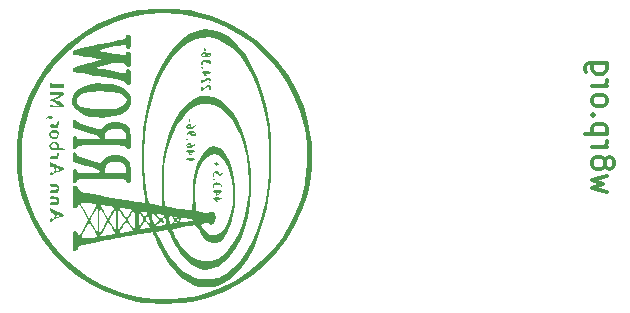
<source format=gbr>
%TF.GenerationSoftware,KiCad,Pcbnew,7.0.5-0*%
%TF.CreationDate,2024-04-21T20:10:05-04:00*%
%TF.ProjectId,swr_meter_right,7377725f-6d65-4746-9572-5f7269676874,rev?*%
%TF.SameCoordinates,Original*%
%TF.FileFunction,Legend,Bot*%
%TF.FilePolarity,Positive*%
%FSLAX46Y46*%
G04 Gerber Fmt 4.6, Leading zero omitted, Abs format (unit mm)*
G04 Created by KiCad (PCBNEW 7.0.5-0) date 2024-04-21 20:10:05*
%MOMM*%
%LPD*%
G01*
G04 APERTURE LIST*
%ADD10C,0.300000*%
G04 APERTURE END LIST*
D10*
X149685885Y-64778571D02*
X148485885Y-64435714D01*
X148485885Y-64435714D02*
X149343028Y-64092856D01*
X149343028Y-64092856D02*
X148485885Y-63749999D01*
X148485885Y-63749999D02*
X149685885Y-63407142D01*
X149514457Y-62464285D02*
X149600171Y-62635714D01*
X149600171Y-62635714D02*
X149685885Y-62721428D01*
X149685885Y-62721428D02*
X149857314Y-62807142D01*
X149857314Y-62807142D02*
X149943028Y-62807142D01*
X149943028Y-62807142D02*
X150114457Y-62721428D01*
X150114457Y-62721428D02*
X150200171Y-62635714D01*
X150200171Y-62635714D02*
X150285885Y-62464285D01*
X150285885Y-62464285D02*
X150285885Y-62121428D01*
X150285885Y-62121428D02*
X150200171Y-61950000D01*
X150200171Y-61950000D02*
X150114457Y-61864285D01*
X150114457Y-61864285D02*
X149943028Y-61778571D01*
X149943028Y-61778571D02*
X149857314Y-61778571D01*
X149857314Y-61778571D02*
X149685885Y-61864285D01*
X149685885Y-61864285D02*
X149600171Y-61950000D01*
X149600171Y-61950000D02*
X149514457Y-62121428D01*
X149514457Y-62121428D02*
X149514457Y-62464285D01*
X149514457Y-62464285D02*
X149428742Y-62635714D01*
X149428742Y-62635714D02*
X149343028Y-62721428D01*
X149343028Y-62721428D02*
X149171600Y-62807142D01*
X149171600Y-62807142D02*
X148828742Y-62807142D01*
X148828742Y-62807142D02*
X148657314Y-62721428D01*
X148657314Y-62721428D02*
X148571600Y-62635714D01*
X148571600Y-62635714D02*
X148485885Y-62464285D01*
X148485885Y-62464285D02*
X148485885Y-62121428D01*
X148485885Y-62121428D02*
X148571600Y-61950000D01*
X148571600Y-61950000D02*
X148657314Y-61864285D01*
X148657314Y-61864285D02*
X148828742Y-61778571D01*
X148828742Y-61778571D02*
X149171600Y-61778571D01*
X149171600Y-61778571D02*
X149343028Y-61864285D01*
X149343028Y-61864285D02*
X149428742Y-61950000D01*
X149428742Y-61950000D02*
X149514457Y-62121428D01*
X148485885Y-61007142D02*
X149685885Y-61007142D01*
X149343028Y-61007142D02*
X149514457Y-60921428D01*
X149514457Y-60921428D02*
X149600171Y-60835714D01*
X149600171Y-60835714D02*
X149685885Y-60664285D01*
X149685885Y-60664285D02*
X149685885Y-60492856D01*
X149685885Y-59892856D02*
X147885885Y-59892856D01*
X149600171Y-59892856D02*
X149685885Y-59721428D01*
X149685885Y-59721428D02*
X149685885Y-59378570D01*
X149685885Y-59378570D02*
X149600171Y-59207142D01*
X149600171Y-59207142D02*
X149514457Y-59121428D01*
X149514457Y-59121428D02*
X149343028Y-59035713D01*
X149343028Y-59035713D02*
X148828742Y-59035713D01*
X148828742Y-59035713D02*
X148657314Y-59121428D01*
X148657314Y-59121428D02*
X148571600Y-59207142D01*
X148571600Y-59207142D02*
X148485885Y-59378570D01*
X148485885Y-59378570D02*
X148485885Y-59721428D01*
X148485885Y-59721428D02*
X148571600Y-59892856D01*
X148657314Y-58264285D02*
X148571600Y-58178571D01*
X148571600Y-58178571D02*
X148485885Y-58264285D01*
X148485885Y-58264285D02*
X148571600Y-58349999D01*
X148571600Y-58349999D02*
X148657314Y-58264285D01*
X148657314Y-58264285D02*
X148485885Y-58264285D01*
X148485885Y-57149999D02*
X148571600Y-57321428D01*
X148571600Y-57321428D02*
X148657314Y-57407142D01*
X148657314Y-57407142D02*
X148828742Y-57492856D01*
X148828742Y-57492856D02*
X149343028Y-57492856D01*
X149343028Y-57492856D02*
X149514457Y-57407142D01*
X149514457Y-57407142D02*
X149600171Y-57321428D01*
X149600171Y-57321428D02*
X149685885Y-57149999D01*
X149685885Y-57149999D02*
X149685885Y-56892856D01*
X149685885Y-56892856D02*
X149600171Y-56721428D01*
X149600171Y-56721428D02*
X149514457Y-56635714D01*
X149514457Y-56635714D02*
X149343028Y-56549999D01*
X149343028Y-56549999D02*
X148828742Y-56549999D01*
X148828742Y-56549999D02*
X148657314Y-56635714D01*
X148657314Y-56635714D02*
X148571600Y-56721428D01*
X148571600Y-56721428D02*
X148485885Y-56892856D01*
X148485885Y-56892856D02*
X148485885Y-57149999D01*
X148485885Y-55778571D02*
X149685885Y-55778571D01*
X149343028Y-55778571D02*
X149514457Y-55692857D01*
X149514457Y-55692857D02*
X149600171Y-55607143D01*
X149600171Y-55607143D02*
X149685885Y-55435714D01*
X149685885Y-55435714D02*
X149685885Y-55264285D01*
X149685885Y-53892857D02*
X148228742Y-53892857D01*
X148228742Y-53892857D02*
X148057314Y-53978571D01*
X148057314Y-53978571D02*
X147971600Y-54064285D01*
X147971600Y-54064285D02*
X147885885Y-54235714D01*
X147885885Y-54235714D02*
X147885885Y-54492857D01*
X147885885Y-54492857D02*
X147971600Y-54664285D01*
X148571600Y-53892857D02*
X148485885Y-54064285D01*
X148485885Y-54064285D02*
X148485885Y-54407142D01*
X148485885Y-54407142D02*
X148571600Y-54578571D01*
X148571600Y-54578571D02*
X148657314Y-54664285D01*
X148657314Y-54664285D02*
X148828742Y-54749999D01*
X148828742Y-54749999D02*
X149343028Y-54749999D01*
X149343028Y-54749999D02*
X149514457Y-54664285D01*
X149514457Y-54664285D02*
X149600171Y-54578571D01*
X149600171Y-54578571D02*
X149685885Y-54407142D01*
X149685885Y-54407142D02*
X149685885Y-54064285D01*
X149685885Y-54064285D02*
X149600171Y-53892857D01*
%TO.C,G\u002A\u002A\u002A*%
G36*
X114394151Y-58637664D02*
G01*
X114405186Y-58675485D01*
X114394151Y-58846546D01*
X114365138Y-58860719D01*
X114352008Y-58742105D01*
X114363655Y-58627168D01*
X114394151Y-58637664D01*
G37*
G36*
X116467561Y-63604100D02*
G01*
X116511184Y-63718418D01*
X116499161Y-63778098D01*
X116427631Y-63797039D01*
X116404813Y-63779938D01*
X116344079Y-63666779D01*
X116346470Y-63648126D01*
X116427631Y-63588158D01*
X116467561Y-63604100D01*
G37*
G36*
X114191681Y-60248480D02*
G01*
X114255263Y-60329605D01*
X114252835Y-60349576D01*
X114171710Y-60413158D01*
X114151739Y-60410730D01*
X114088158Y-60329605D01*
X114090586Y-60309634D01*
X114171710Y-60246052D01*
X114191681Y-60248480D01*
G37*
G36*
X115537581Y-54211713D02*
G01*
X115545918Y-54320952D01*
X115527102Y-54342844D01*
X115417864Y-54351181D01*
X115395971Y-54332366D01*
X115387634Y-54223127D01*
X115406450Y-54201235D01*
X115515689Y-54192897D01*
X115537581Y-54211713D01*
G37*
G36*
X115714094Y-52573350D02*
G01*
X115759210Y-52684539D01*
X115749784Y-52742194D01*
X115675658Y-52809868D01*
X115637221Y-52795728D01*
X115592105Y-52684539D01*
X115601531Y-52626884D01*
X115675658Y-52559210D01*
X115714094Y-52573350D01*
G37*
G36*
X114510050Y-61904563D02*
G01*
X114666349Y-61921056D01*
X114856771Y-61972591D01*
X114887808Y-62034110D01*
X114761879Y-62087789D01*
X114481400Y-62115803D01*
X114284473Y-62113842D01*
X114131765Y-62079744D01*
X114088041Y-62000658D01*
X114122358Y-61927575D01*
X114251396Y-61897385D01*
X114510050Y-61904563D01*
G37*
G36*
X102702975Y-58355206D02*
G01*
X102790143Y-58441168D01*
X102764269Y-58579057D01*
X102719469Y-58620632D01*
X102602822Y-58577615D01*
X102518227Y-58538511D01*
X102338715Y-58547426D01*
X102283611Y-58567032D01*
X102227209Y-58565516D01*
X102296579Y-58465314D01*
X102386374Y-58386939D01*
X102551980Y-58333140D01*
X102702975Y-58355206D01*
G37*
G36*
X116740954Y-62230427D02*
G01*
X116796537Y-62289310D01*
X116840822Y-62393008D01*
X116761842Y-62504365D01*
X116658333Y-62581584D01*
X116609498Y-62525254D01*
X116578263Y-62471751D01*
X116442393Y-62408729D01*
X116414057Y-62406640D01*
X116350895Y-62392563D01*
X116448519Y-62360826D01*
X116525477Y-62322748D01*
X116594737Y-62203413D01*
X116595619Y-62179977D01*
X116631716Y-62141145D01*
X116740954Y-62230427D01*
G37*
G36*
X103705284Y-55550180D02*
G01*
X103721035Y-55692434D01*
X103727631Y-55943092D01*
X103142763Y-55943092D01*
X102557894Y-55943092D01*
X102564491Y-55692434D01*
X102565158Y-55672592D01*
X102582852Y-55542348D01*
X102613230Y-55546217D01*
X102643956Y-55579730D01*
X102823853Y-55632345D01*
X103142763Y-55650658D01*
X103300643Y-55646971D01*
X103559902Y-55612971D01*
X103672296Y-55546217D01*
X103675710Y-55538619D01*
X103705284Y-55550180D01*
G37*
G36*
X116949471Y-65254362D02*
G01*
X117096111Y-65295598D01*
X117132228Y-65351826D01*
X117044284Y-65403059D01*
X116861352Y-65432912D01*
X116860891Y-65432925D01*
X116733311Y-65450034D01*
X116741474Y-65481824D01*
X116781640Y-65507157D01*
X116799208Y-65600557D01*
X116753428Y-65651533D01*
X116647290Y-65665569D01*
X116594737Y-65560584D01*
X116571808Y-65488844D01*
X116448519Y-65384510D01*
X116398953Y-65363591D01*
X116348788Y-65318713D01*
X116454973Y-65267773D01*
X116550193Y-65244857D01*
X116748701Y-65235115D01*
X116949471Y-65254362D01*
G37*
G36*
X103335448Y-61469219D02*
G01*
X103351124Y-61495586D01*
X103331594Y-61615337D01*
X103305272Y-61673277D01*
X103271201Y-61853264D01*
X103260277Y-61929322D01*
X103205427Y-61999581D01*
X103198308Y-61999681D01*
X103064073Y-62000374D01*
X102850329Y-62000658D01*
X102746904Y-61997336D01*
X102598595Y-61955720D01*
X102557894Y-61850330D01*
X102568658Y-61779667D01*
X102650584Y-61726687D01*
X102850329Y-61734142D01*
X103018696Y-61745495D01*
X103119626Y-61708138D01*
X103142763Y-61592036D01*
X103150075Y-61513742D01*
X103218572Y-61417795D01*
X103335448Y-61469219D01*
G37*
G36*
X114654548Y-61235807D02*
G01*
X114757566Y-61250902D01*
X114864706Y-61296421D01*
X114839470Y-61374810D01*
X114761416Y-61427430D01*
X114586401Y-61439195D01*
X114488111Y-61431718D01*
X114422368Y-61494528D01*
X114433165Y-61532875D01*
X114518830Y-61533140D01*
X114565523Y-61512810D01*
X114555676Y-61569985D01*
X114493076Y-61639476D01*
X114387793Y-61653225D01*
X114338816Y-61541118D01*
X114324258Y-61482670D01*
X114213487Y-61415789D01*
X114103497Y-61378344D01*
X114109756Y-61296837D01*
X114234375Y-61232511D01*
X114416662Y-61221743D01*
X114654548Y-61235807D01*
G37*
G36*
X103335448Y-58795535D02*
G01*
X103351124Y-58821902D01*
X103331594Y-58941652D01*
X103305272Y-58999593D01*
X103271201Y-59179579D01*
X103260277Y-59255638D01*
X103205427Y-59325897D01*
X103198308Y-59325997D01*
X103064073Y-59326690D01*
X102850329Y-59326973D01*
X102746904Y-59323652D01*
X102598595Y-59282036D01*
X102557894Y-59176646D01*
X102568658Y-59105982D01*
X102650584Y-59053002D01*
X102850329Y-59060458D01*
X103018696Y-59071811D01*
X103119626Y-59034454D01*
X103142763Y-58918351D01*
X103150075Y-58840058D01*
X103218572Y-58744111D01*
X103335448Y-58795535D01*
G37*
G36*
X115828432Y-53603254D02*
G01*
X115983231Y-53634236D01*
X116161562Y-53688025D01*
X116224597Y-53755631D01*
X116205219Y-53859407D01*
X116193664Y-53887698D01*
X116141099Y-53936057D01*
X116054517Y-53844074D01*
X115961511Y-53756278D01*
X115886849Y-53808763D01*
X115829247Y-53870948D01*
X115757199Y-53809245D01*
X115720571Y-53767508D01*
X115596905Y-53741807D01*
X115493611Y-53814194D01*
X115482384Y-53948372D01*
X115501647Y-54034246D01*
X115439199Y-54030157D01*
X115365356Y-53972614D01*
X115354163Y-53883305D01*
X115432194Y-53715505D01*
X115491991Y-53629604D01*
X115612307Y-53580207D01*
X115828432Y-53603254D01*
G37*
G36*
X116795590Y-63983967D02*
G01*
X116839197Y-64012235D01*
X116996142Y-64046631D01*
X117073242Y-64069048D01*
X117163477Y-64193914D01*
X117164308Y-64273836D01*
X117102179Y-64340131D01*
X117075088Y-64335792D01*
X117012500Y-64247640D01*
X116998291Y-64208720D01*
X116897352Y-64199334D01*
X116842248Y-64209812D01*
X116695751Y-64157066D01*
X116577840Y-64111376D01*
X116472824Y-64173580D01*
X116461089Y-64306806D01*
X116472619Y-64363122D01*
X116425009Y-64423684D01*
X116409768Y-64422485D01*
X116347879Y-64349954D01*
X116372429Y-64207317D01*
X116475376Y-64053665D01*
X116521896Y-64009665D01*
X116671616Y-63927066D01*
X116795590Y-63983967D01*
G37*
G36*
X116801387Y-63042553D02*
G01*
X116891823Y-63185053D01*
X116952596Y-63376532D01*
X117033855Y-63169022D01*
X117102648Y-63048141D01*
X117155241Y-63068710D01*
X117174525Y-63188474D01*
X117102571Y-63353188D01*
X116931569Y-63421052D01*
X116831761Y-63397734D01*
X116761842Y-63295723D01*
X116729603Y-63221328D01*
X116589106Y-63170394D01*
X116582022Y-63170430D01*
X116462276Y-63206452D01*
X116469408Y-63337500D01*
X116484731Y-63440099D01*
X116427712Y-63504605D01*
X116369397Y-63444506D01*
X116359417Y-63274835D01*
X116363562Y-63243673D01*
X116433969Y-63080774D01*
X116608453Y-63019320D01*
X116626631Y-63017403D01*
X116801387Y-63042553D01*
G37*
G36*
X116192443Y-55214371D02*
G01*
X116226656Y-55324298D01*
X116133314Y-55470682D01*
X116048868Y-55536708D01*
X116044806Y-55504441D01*
X116080928Y-55417613D01*
X116054197Y-55313888D01*
X115920418Y-55303976D01*
X115705307Y-55396084D01*
X115642528Y-55432620D01*
X115467010Y-55528611D01*
X115378448Y-55567105D01*
X115352532Y-55547514D01*
X115340045Y-55432963D01*
X115367609Y-55286634D01*
X115425000Y-55191118D01*
X115471065Y-55186542D01*
X115508552Y-55282689D01*
X115511464Y-55352219D01*
X115548057Y-55379058D01*
X115661348Y-55287620D01*
X115705874Y-55251266D01*
X115893912Y-55163061D01*
X116068815Y-55155694D01*
X116192443Y-55214371D01*
G37*
G36*
X116199479Y-55838651D02*
G01*
X116214796Y-55930578D01*
X116178894Y-56083059D01*
X116087104Y-56151973D01*
X116057224Y-56134445D01*
X116063206Y-56026644D01*
X116064537Y-56023080D01*
X116050873Y-55924086D01*
X115941788Y-55901832D01*
X115786413Y-55951537D01*
X115633881Y-56068421D01*
X115515185Y-56179658D01*
X115412050Y-56235526D01*
X115362233Y-56185628D01*
X115343024Y-56041976D01*
X115364670Y-55879730D01*
X115425000Y-55775987D01*
X115468047Y-55768126D01*
X115508552Y-55854608D01*
X115529282Y-55948620D01*
X115621218Y-55972626D01*
X115759210Y-55859539D01*
X115769723Y-55847530D01*
X115928003Y-55751606D01*
X116095225Y-55747509D01*
X116199479Y-55838651D01*
G37*
G36*
X117026543Y-64620085D02*
G01*
X117121081Y-64698609D01*
X117119408Y-64714025D01*
X117036241Y-64811087D01*
X116866283Y-64936584D01*
X116751980Y-65008956D01*
X116594737Y-65108515D01*
X116594737Y-64933205D01*
X116581591Y-64873520D01*
X116706680Y-64873520D01*
X116751980Y-64925000D01*
X116776488Y-64921880D01*
X116887171Y-64841447D01*
X116900556Y-64809374D01*
X116855257Y-64757894D01*
X116830749Y-64761014D01*
X116720066Y-64841447D01*
X116706680Y-64873520D01*
X116581591Y-64873520D01*
X116571081Y-64825803D01*
X116448519Y-64755237D01*
X116383192Y-64752656D01*
X116348752Y-64726435D01*
X116449721Y-64640707D01*
X116459077Y-64634092D01*
X116625464Y-64581782D01*
X116837978Y-64579127D01*
X117026543Y-64620085D01*
G37*
G36*
X102888905Y-64074848D02*
G01*
X103029048Y-64093236D01*
X103250159Y-64173540D01*
X103340510Y-64327627D01*
X103322834Y-64582067D01*
X103307694Y-64651912D01*
X103250873Y-64795771D01*
X103137147Y-64856689D01*
X102911451Y-64873704D01*
X102716573Y-64870530D01*
X102590806Y-64830838D01*
X102557831Y-64737006D01*
X102572036Y-64667736D01*
X102669171Y-64607175D01*
X102892105Y-64590789D01*
X102988188Y-64588515D01*
X103171128Y-64552605D01*
X103226316Y-64465460D01*
X103220250Y-64429429D01*
X103124492Y-64360827D01*
X102892105Y-64340131D01*
X102729142Y-64333548D01*
X102594070Y-64290432D01*
X102557894Y-64191706D01*
X102576194Y-64109687D01*
X102672124Y-64067163D01*
X102888905Y-64074848D01*
G37*
G36*
X114492972Y-59066548D02*
G01*
X114535433Y-59184715D01*
X114535313Y-59272209D01*
X114585175Y-59285714D01*
X114729541Y-59199671D01*
X114861769Y-59117102D01*
X114899026Y-59121010D01*
X114846335Y-59231830D01*
X114758176Y-59346071D01*
X114525762Y-59464976D01*
X114297039Y-59453165D01*
X114250392Y-59450756D01*
X114126103Y-59365244D01*
X114098025Y-59243421D01*
X114171710Y-59243421D01*
X114185850Y-59281857D01*
X114297039Y-59326973D01*
X114354694Y-59317547D01*
X114422368Y-59243421D01*
X114408228Y-59204984D01*
X114297039Y-59159868D01*
X114239384Y-59169295D01*
X114171710Y-59243421D01*
X114098025Y-59243421D01*
X114093192Y-59222450D01*
X114168444Y-59091750D01*
X114338816Y-59034539D01*
X114492972Y-59066548D01*
G37*
G36*
X114472696Y-60645887D02*
G01*
X114526809Y-60726480D01*
X114527977Y-60769760D01*
X114614539Y-60830921D01*
X114685629Y-60816495D01*
X114840279Y-60726480D01*
X114880068Y-60691629D01*
X114914211Y-60672982D01*
X114842973Y-60772818D01*
X114738624Y-60887767D01*
X114493658Y-61033508D01*
X114297039Y-61036498D01*
X114247236Y-61037255D01*
X114124582Y-60952032D01*
X114096724Y-60824654D01*
X114187725Y-60824654D01*
X114193052Y-60872079D01*
X114297039Y-60914473D01*
X114366021Y-60900841D01*
X114406354Y-60824654D01*
X114395007Y-60799883D01*
X114297039Y-60734835D01*
X114273983Y-60738331D01*
X114187725Y-60824654D01*
X114096724Y-60824654D01*
X114093435Y-60809616D01*
X114169358Y-60679162D01*
X114338816Y-60622039D01*
X114472696Y-60645887D01*
G37*
G36*
X103130286Y-59566124D02*
G01*
X103292250Y-59694981D01*
X103350005Y-59893429D01*
X103272104Y-60126326D01*
X103263745Y-60138660D01*
X103066479Y-60296411D01*
X103006043Y-60301975D01*
X102827374Y-60318425D01*
X102605639Y-60198308D01*
X102552390Y-60135278D01*
X102484803Y-59921489D01*
X102489208Y-59910250D01*
X102641447Y-59910250D01*
X102678004Y-60011498D01*
X102821187Y-60116896D01*
X103006043Y-60153411D01*
X103159975Y-60095156D01*
X103195595Y-60050653D01*
X103211525Y-59907044D01*
X103101266Y-59791900D01*
X102894727Y-59744737D01*
X102828049Y-59746532D01*
X102681051Y-59789405D01*
X102641447Y-59910250D01*
X102489208Y-59910250D01*
X102563667Y-59720275D01*
X102777446Y-59573575D01*
X102895562Y-59541998D01*
X103130286Y-59566124D01*
G37*
G36*
X114796072Y-59658573D02*
G01*
X114902597Y-59772290D01*
X114895955Y-59947139D01*
X114854860Y-60012177D01*
X114708662Y-60077157D01*
X114668095Y-60067934D01*
X114547186Y-60040446D01*
X114445704Y-59908502D01*
X114420224Y-59828289D01*
X114547697Y-59828289D01*
X114552565Y-59879678D01*
X114668095Y-59911842D01*
X114769941Y-59895518D01*
X114840131Y-59828289D01*
X114827721Y-59791453D01*
X114719733Y-59744737D01*
X114668588Y-59751410D01*
X114547697Y-59828289D01*
X114420224Y-59828289D01*
X114414204Y-59809336D01*
X114357239Y-59788781D01*
X114232487Y-59887614D01*
X114129278Y-59976350D01*
X114099624Y-59977724D01*
X114161964Y-59850164D01*
X114242922Y-59743058D01*
X114421692Y-59638071D01*
X114620923Y-59611871D01*
X114796072Y-59658573D01*
G37*
G36*
X115933539Y-54548113D02*
G01*
X116104770Y-54582311D01*
X116176973Y-54623228D01*
X116123412Y-54703201D01*
X115982709Y-54823350D01*
X115842763Y-54915653D01*
X115818906Y-54931388D01*
X115696546Y-54979457D01*
X115647963Y-54966271D01*
X115592105Y-54856908D01*
X115586081Y-54820062D01*
X115759210Y-54820062D01*
X115765771Y-54850283D01*
X115842763Y-54856908D01*
X115867767Y-54839759D01*
X115926316Y-54768424D01*
X115924143Y-54760086D01*
X115842763Y-54731579D01*
X115819862Y-54734979D01*
X115759210Y-54820062D01*
X115586081Y-54820062D01*
X115582679Y-54799253D01*
X115508552Y-54731579D01*
X115444811Y-54709502D01*
X115436458Y-54623820D01*
X115529441Y-54542680D01*
X115566267Y-54533744D01*
X115731348Y-54529102D01*
X115933539Y-54548113D01*
G37*
G36*
X102933881Y-65162581D02*
G01*
X102973626Y-65166019D01*
X103212315Y-65212229D01*
X103314963Y-65305776D01*
X103307799Y-65468092D01*
X103297515Y-65540092D01*
X103295417Y-65720888D01*
X103296156Y-65739933D01*
X103271275Y-65836197D01*
X103163742Y-65879135D01*
X102931660Y-65887993D01*
X102779747Y-65882415D01*
X102608858Y-65843918D01*
X102558106Y-65760526D01*
X102560797Y-65735337D01*
X102646898Y-65658693D01*
X102871162Y-65635197D01*
X102933435Y-65634119D01*
X103125588Y-65599636D01*
X103184539Y-65509868D01*
X103181843Y-65484963D01*
X103095621Y-65408116D01*
X102871162Y-65384539D01*
X102806180Y-65383367D01*
X102615943Y-65348629D01*
X102557840Y-65258608D01*
X102579927Y-65193973D01*
X102692912Y-65156323D01*
X102933881Y-65162581D01*
G37*
G36*
X103183393Y-62517541D02*
G01*
X103277926Y-62556955D01*
X103541595Y-62678371D01*
X103716950Y-62777236D01*
X103770037Y-62835166D01*
X103681806Y-62891751D01*
X103478952Y-62984427D01*
X103233555Y-63081197D01*
X103207203Y-63091589D01*
X102943087Y-63197658D01*
X102727278Y-63301226D01*
X102621838Y-63373986D01*
X102580694Y-63384795D01*
X102559174Y-63269904D01*
X102576656Y-63155977D01*
X102633907Y-63123958D01*
X102778103Y-63144154D01*
X102916079Y-63049943D01*
X102975658Y-62877960D01*
X103059210Y-62877960D01*
X103109493Y-62973594D01*
X103233555Y-63000596D01*
X103346234Y-62928492D01*
X103338222Y-62870593D01*
X103236706Y-62790230D01*
X103094153Y-62752631D01*
X103078229Y-62766491D01*
X103059210Y-62877960D01*
X102975658Y-62877960D01*
X102924141Y-62716887D01*
X102789981Y-62615210D01*
X102633907Y-62631962D01*
X102582880Y-62609310D01*
X102557894Y-62470862D01*
X102557894Y-62262784D01*
X103183393Y-62517541D01*
G37*
G36*
X102927509Y-66304587D02*
G01*
X103030699Y-66355406D01*
X103323862Y-66488662D01*
X103569768Y-66586754D01*
X103693779Y-66637151D01*
X103766702Y-66704524D01*
X103714047Y-66780567D01*
X103524215Y-66878049D01*
X103191373Y-67007498D01*
X103185613Y-67009738D01*
X102945544Y-67106587D01*
X102729739Y-67213058D01*
X102622912Y-67291602D01*
X102579648Y-67315697D01*
X102559174Y-67201809D01*
X102572298Y-67086183D01*
X102620559Y-67023710D01*
X102803870Y-67033922D01*
X102937894Y-66963194D01*
X102956585Y-66813873D01*
X103059210Y-66813873D01*
X103079665Y-66889669D01*
X103191373Y-66897426D01*
X103260356Y-66872879D01*
X103363409Y-66846710D01*
X103374137Y-66841314D01*
X103351644Y-66763158D01*
X103321861Y-66730526D01*
X103179608Y-66679605D01*
X103119879Y-66697411D01*
X103059210Y-66813873D01*
X102956585Y-66813873D01*
X102960319Y-66784046D01*
X102901648Y-66607744D01*
X102745888Y-66527577D01*
X102613136Y-66473449D01*
X102557894Y-66309171D01*
X102557894Y-66117465D01*
X102927509Y-66304587D01*
G37*
G36*
X103243209Y-60594790D02*
G01*
X103353577Y-60745172D01*
X103344498Y-60944745D01*
X103334610Y-60990156D01*
X103394653Y-61060852D01*
X103593117Y-61097015D01*
X103772095Y-61121974D01*
X103865811Y-61162352D01*
X103831161Y-61204897D01*
X103689292Y-61241345D01*
X103461354Y-61263436D01*
X103168494Y-61262906D01*
X102981343Y-61252333D01*
X102862972Y-61238535D01*
X102725461Y-61222506D01*
X102586308Y-61173231D01*
X102530653Y-61095800D01*
X102493362Y-60924085D01*
X102502402Y-60851981D01*
X102616427Y-60851981D01*
X102660146Y-60983304D01*
X102687247Y-61006181D01*
X102862972Y-61071621D01*
X103057775Y-61068277D01*
X103186801Y-60994366D01*
X103195952Y-60975737D01*
X103175362Y-60840996D01*
X103056896Y-60717748D01*
X102892105Y-60663816D01*
X102863081Y-60665032D01*
X102696562Y-60728687D01*
X102616427Y-60851981D01*
X102502402Y-60851981D01*
X102510621Y-60786419D01*
X102612620Y-60649506D01*
X102642708Y-60619220D01*
X102843045Y-60513770D01*
X103058122Y-60511641D01*
X103243209Y-60594790D01*
G37*
G36*
X115724927Y-52959448D02*
G01*
X115816695Y-52994397D01*
X116010213Y-53001093D01*
X116036860Y-52996178D01*
X116165757Y-53042568D01*
X116215615Y-53166183D01*
X116151119Y-53293686D01*
X116139789Y-53301759D01*
X116056576Y-53328080D01*
X115970875Y-53355187D01*
X115742745Y-53367917D01*
X115624345Y-53353271D01*
X115529538Y-53341543D01*
X115405391Y-53277658D01*
X115380281Y-53237579D01*
X115362902Y-53153601D01*
X115466075Y-53153601D01*
X115482973Y-53257754D01*
X115508988Y-53280439D01*
X115624345Y-53301086D01*
X115675658Y-53185855D01*
X115669240Y-53144079D01*
X115926316Y-53144079D01*
X115942258Y-53184009D01*
X116056576Y-53227631D01*
X116116256Y-53215608D01*
X116135197Y-53144079D01*
X116118096Y-53121260D01*
X116004937Y-53060526D01*
X115986284Y-53062918D01*
X115926316Y-53144079D01*
X115669240Y-53144079D01*
X115666812Y-53128274D01*
X115597036Y-53060526D01*
X115550760Y-53069152D01*
X115466075Y-53153601D01*
X115362902Y-53153601D01*
X115353397Y-53107675D01*
X115462401Y-52980604D01*
X115542426Y-52934445D01*
X115724927Y-52959448D01*
G37*
G36*
X103208262Y-56277391D02*
G01*
X103489345Y-56283665D01*
X103645664Y-56307436D01*
X103713124Y-56359294D01*
X103727631Y-56449833D01*
X103709488Y-56533284D01*
X103588672Y-56658348D01*
X103330756Y-56788462D01*
X102933881Y-56954560D01*
X103330756Y-57107710D01*
X103528444Y-57193957D01*
X103683111Y-57307389D01*
X103727631Y-57437502D01*
X103727221Y-57461254D01*
X103705621Y-57544459D01*
X103625021Y-57590424D01*
X103449406Y-57610027D01*
X103142763Y-57614144D01*
X103088431Y-57614082D01*
X102802964Y-57608081D01*
X102644036Y-57585046D01*
X102576321Y-57534768D01*
X102564491Y-57447039D01*
X102577957Y-57365585D01*
X102613230Y-57384375D01*
X102691178Y-57438408D01*
X102865403Y-57476986D01*
X103069460Y-57489135D01*
X103239049Y-57471500D01*
X103309868Y-57420726D01*
X103281483Y-57383366D01*
X103137622Y-57291016D01*
X102912993Y-57182920D01*
X102516118Y-57013204D01*
X102975658Y-56793192D01*
X103435197Y-56573180D01*
X102996494Y-56592347D01*
X102848911Y-56597305D01*
X102660123Y-56587921D01*
X102576629Y-56541518D01*
X102557843Y-56444408D01*
X102558009Y-56431124D01*
X102578750Y-56348514D01*
X102659300Y-56302146D01*
X102835393Y-56281812D01*
X103142763Y-56277302D01*
X103208262Y-56277391D01*
G37*
G36*
X107244977Y-55597112D02*
G01*
X107851831Y-55680435D01*
X108422457Y-55849650D01*
X108880232Y-56092113D01*
X109209377Y-56399265D01*
X109394112Y-56762551D01*
X109421609Y-56884035D01*
X109415671Y-57291326D01*
X109249812Y-57657338D01*
X108926539Y-57978132D01*
X108448355Y-58249769D01*
X108376280Y-58278961D01*
X107979608Y-58384968D01*
X107486179Y-58455145D01*
X106950730Y-58485855D01*
X106944408Y-58485705D01*
X106427999Y-58473459D01*
X105972724Y-58414319D01*
X105633572Y-58316546D01*
X105192037Y-58109634D01*
X104818816Y-57845131D01*
X104563293Y-57553208D01*
X104456154Y-57329634D01*
X104409996Y-57011643D01*
X104816356Y-57011643D01*
X104817160Y-57038897D01*
X104876289Y-57284552D01*
X105036926Y-57475411D01*
X105311563Y-57615993D01*
X105712694Y-57710814D01*
X106252811Y-57764394D01*
X106944408Y-57781250D01*
X107197227Y-57780651D01*
X107614168Y-57774060D01*
X107917766Y-57756748D01*
X108144229Y-57724480D01*
X108329765Y-57673025D01*
X108510582Y-57598148D01*
X108803564Y-57422360D01*
X108999759Y-57194891D01*
X109042607Y-56957943D01*
X108929596Y-56729730D01*
X108658211Y-56528464D01*
X108632300Y-56515725D01*
X108324973Y-56414268D01*
X107904534Y-56333571D01*
X107418837Y-56279187D01*
X106915737Y-56256664D01*
X106443092Y-56271553D01*
X106371424Y-56277480D01*
X105855162Y-56335161D01*
X105473416Y-56412226D01*
X105197373Y-56516326D01*
X104998218Y-56655107D01*
X104873302Y-56821903D01*
X104816356Y-57011643D01*
X104409996Y-57011643D01*
X104403577Y-56967424D01*
X104494743Y-56625587D01*
X104715091Y-56314742D01*
X105050061Y-56045510D01*
X105485094Y-55828511D01*
X106005631Y-55674365D01*
X106597112Y-55593692D01*
X107244977Y-55597112D01*
G37*
G36*
X104736519Y-61455416D02*
G01*
X104856667Y-61597245D01*
X104873630Y-61627809D01*
X104971046Y-61719712D01*
X105154998Y-61813823D01*
X105451016Y-61921487D01*
X105884631Y-62054050D01*
X106830118Y-62329399D01*
X107115800Y-62043717D01*
X107231003Y-61939364D01*
X107545435Y-61756151D01*
X107928559Y-61675404D01*
X108419035Y-61686525D01*
X108616516Y-61714235D01*
X108875637Y-61807519D01*
X109103650Y-61990555D01*
X109163087Y-62050823D01*
X109261444Y-62167438D01*
X109323866Y-62294521D01*
X109360393Y-62471217D01*
X109381067Y-62736673D01*
X109395928Y-63130035D01*
X109402240Y-63330393D01*
X109408685Y-63652873D01*
X109401101Y-63851932D01*
X109374260Y-63957304D01*
X109322932Y-63998722D01*
X109241888Y-64005921D01*
X109127892Y-63980063D01*
X109015656Y-63838816D01*
X109011424Y-63823701D01*
X108991447Y-63783186D01*
X108987448Y-63775076D01*
X108935675Y-63738100D01*
X108836204Y-63711181D01*
X108669134Y-63692726D01*
X108414563Y-63681143D01*
X108052592Y-63674841D01*
X107563318Y-63672228D01*
X106926841Y-63671710D01*
X106741858Y-63671733D01*
X106146521Y-63672653D01*
X105693089Y-63676094D01*
X105361660Y-63683646D01*
X105132334Y-63696903D01*
X104985208Y-63717456D01*
X104900382Y-63746898D01*
X104857954Y-63786820D01*
X104838025Y-63838816D01*
X104783990Y-63935351D01*
X104636965Y-64005921D01*
X104635078Y-64005917D01*
X104552818Y-63986656D01*
X104505815Y-63906281D01*
X104484575Y-63729508D01*
X104479605Y-63421052D01*
X104479606Y-63414036D01*
X104484788Y-63108299D01*
X104506413Y-62933601D01*
X104553975Y-62854657D01*
X104636965Y-62836184D01*
X104735866Y-62866757D01*
X104838025Y-63003289D01*
X104849530Y-63039715D01*
X104893007Y-63099612D01*
X104986070Y-63137809D01*
X105158094Y-63159125D01*
X105438455Y-63168380D01*
X105856528Y-63170394D01*
X107236842Y-63170394D01*
X108114144Y-63170394D01*
X108991447Y-63170394D01*
X108991447Y-62840922D01*
X108990008Y-62779535D01*
X108933515Y-62527818D01*
X108779533Y-62365041D01*
X108507176Y-62277456D01*
X108095554Y-62251316D01*
X108054451Y-62251440D01*
X107744308Y-62267539D01*
X107544233Y-62319150D01*
X107403947Y-62418421D01*
X107297033Y-62580408D01*
X107236842Y-62877960D01*
X107236842Y-63170394D01*
X105856528Y-63170394D01*
X105999568Y-63170235D01*
X106371523Y-63166296D01*
X106611202Y-63154004D01*
X106745307Y-63129301D01*
X106800541Y-63088127D01*
X106803605Y-63026424D01*
X106785567Y-62989531D01*
X106678474Y-62909778D01*
X106461631Y-62814645D01*
X106117300Y-62696938D01*
X105627742Y-62549461D01*
X104479605Y-62216470D01*
X104479605Y-61816130D01*
X104479610Y-61808779D01*
X104491469Y-61564473D01*
X104535786Y-61446466D01*
X104626898Y-61415789D01*
X104736519Y-61455416D01*
G37*
G36*
X104744247Y-58681319D02*
G01*
X104813816Y-58778825D01*
X104813864Y-58780728D01*
X104899535Y-58871541D01*
X105144990Y-58984723D01*
X105544901Y-59117802D01*
X105675126Y-59156823D01*
X106035148Y-59265300D01*
X106346912Y-59360037D01*
X106554467Y-59424061D01*
X106601012Y-59438285D01*
X106773810Y-59467918D01*
X106910157Y-59415059D01*
X107081955Y-59256925D01*
X107372638Y-59027949D01*
X107815373Y-58864240D01*
X108338991Y-58846073D01*
X108697442Y-58922577D01*
X109059671Y-59120739D01*
X109303538Y-59418580D01*
X109317263Y-59451175D01*
X109364005Y-59669475D01*
X109395853Y-59998172D01*
X109407979Y-60392269D01*
X109406368Y-60743407D01*
X109395298Y-60975205D01*
X109367650Y-61101739D01*
X109316341Y-61154538D01*
X109234283Y-61165131D01*
X109127635Y-61139475D01*
X109015656Y-60998026D01*
X109011424Y-60982912D01*
X108991447Y-60942397D01*
X108987448Y-60934287D01*
X108935675Y-60897311D01*
X108836204Y-60870391D01*
X108669134Y-60851936D01*
X108414563Y-60840354D01*
X108052592Y-60834052D01*
X107563318Y-60831438D01*
X106926841Y-60830921D01*
X106741858Y-60830944D01*
X106146521Y-60831864D01*
X105693089Y-60835304D01*
X105361660Y-60842857D01*
X105132334Y-60856113D01*
X104985208Y-60876667D01*
X104900382Y-60906109D01*
X104857954Y-60946031D01*
X104838025Y-60998026D01*
X104783990Y-61094561D01*
X104636965Y-61165131D01*
X104635078Y-61165127D01*
X104552818Y-61145866D01*
X104505815Y-61065492D01*
X104484575Y-60888719D01*
X104479605Y-60580263D01*
X104479606Y-60573247D01*
X104484788Y-60267509D01*
X104506413Y-60092811D01*
X104553975Y-60013868D01*
X104636965Y-59995394D01*
X104735866Y-60025968D01*
X104838025Y-60162500D01*
X104849530Y-60198925D01*
X104893007Y-60258822D01*
X104986070Y-60297019D01*
X105158094Y-60318336D01*
X105438455Y-60327591D01*
X105856528Y-60329605D01*
X107236842Y-60329605D01*
X108114144Y-60329605D01*
X108991447Y-60329605D01*
X108991447Y-60037171D01*
X108965919Y-59812976D01*
X108834573Y-59583062D01*
X108580705Y-59452077D01*
X108192204Y-59410526D01*
X107856885Y-59431893D01*
X107509638Y-59527175D01*
X107300786Y-59694580D01*
X107300007Y-59695768D01*
X107256795Y-59840799D01*
X107238121Y-60058059D01*
X107236842Y-60329605D01*
X105856528Y-60329605D01*
X105956272Y-60329524D01*
X106343167Y-60325911D01*
X106594955Y-60314115D01*
X106738100Y-60290262D01*
X106799066Y-60250480D01*
X106804317Y-60190894D01*
X106795636Y-60169363D01*
X106696889Y-60089219D01*
X106479312Y-59991214D01*
X106128102Y-59869391D01*
X105628454Y-59717795D01*
X104479605Y-59383406D01*
X104479605Y-59020979D01*
X104479606Y-59017927D01*
X104491683Y-58789626D01*
X104540779Y-58684159D01*
X104646710Y-58658552D01*
X104744247Y-58681319D01*
G37*
G36*
X109256365Y-51474014D02*
G01*
X109342181Y-51496676D01*
X109387840Y-51577291D01*
X109405973Y-51752237D01*
X109409210Y-52057894D01*
X109408830Y-52213851D01*
X109400704Y-52456119D01*
X109371915Y-52584085D01*
X109309458Y-52634162D01*
X109200329Y-52642763D01*
X109040403Y-52606695D01*
X108991447Y-52475658D01*
X108971778Y-52378279D01*
X108887006Y-52308208D01*
X108866350Y-52309212D01*
X108696062Y-52334809D01*
X108420701Y-52388394D01*
X108078665Y-52461184D01*
X107708352Y-52544394D01*
X107348160Y-52629239D01*
X107036486Y-52706934D01*
X106811729Y-52768695D01*
X106712286Y-52805737D01*
X106711471Y-52806577D01*
X106767966Y-52841238D01*
X106959710Y-52891123D01*
X107257307Y-52949687D01*
X107631365Y-53010384D01*
X108005484Y-53066959D01*
X108368877Y-53124376D01*
X108648466Y-53171235D01*
X108803454Y-53200905D01*
X108831664Y-53207145D01*
X108958945Y-53197034D01*
X108991447Y-53069584D01*
X108991461Y-53065933D01*
X109038015Y-52931165D01*
X109200329Y-52893421D01*
X109288359Y-52897477D01*
X109357213Y-52932244D01*
X109393204Y-53031831D01*
X109406984Y-53230332D01*
X109409210Y-53561842D01*
X109407943Y-53843540D01*
X109397078Y-54063873D01*
X109365957Y-54179042D01*
X109303925Y-54223140D01*
X109200329Y-54230263D01*
X109043183Y-54196081D01*
X108991447Y-54068277D01*
X108928436Y-53932802D01*
X108720703Y-53851615D01*
X108375194Y-53840006D01*
X107899378Y-53898159D01*
X107300723Y-54026262D01*
X106946282Y-54117567D01*
X106663777Y-54197013D01*
X106487054Y-54254757D01*
X106444505Y-54282309D01*
X106445088Y-54282471D01*
X106557782Y-54305376D01*
X106799481Y-54349830D01*
X107135030Y-54409490D01*
X107529276Y-54478015D01*
X107921453Y-54546030D01*
X108296232Y-54612132D01*
X108590313Y-54665172D01*
X108761677Y-54697662D01*
X108851209Y-54712758D01*
X108964432Y-54691409D01*
X108991447Y-54571112D01*
X108991448Y-54570308D01*
X109037652Y-54435462D01*
X109200329Y-54397368D01*
X109288359Y-54401424D01*
X109357213Y-54436192D01*
X109393204Y-54535779D01*
X109406984Y-54734280D01*
X109409210Y-55065789D01*
X109408435Y-55267789D01*
X109399527Y-55522539D01*
X109373428Y-55662663D01*
X109321295Y-55721956D01*
X109234283Y-55734210D01*
X109127665Y-55708460D01*
X109016904Y-55571878D01*
X108936865Y-55455182D01*
X108753181Y-55364572D01*
X108693833Y-55353125D01*
X108471796Y-55312107D01*
X108125993Y-55249284D01*
X107682845Y-55169427D01*
X107168772Y-55077305D01*
X106610197Y-54977688D01*
X106286509Y-54919876D01*
X105763139Y-54825411D01*
X105306049Y-54741679D01*
X104939811Y-54673242D01*
X104688998Y-54624661D01*
X104578186Y-54600498D01*
X104516587Y-54541187D01*
X104494633Y-54383488D01*
X104518549Y-54313799D01*
X104586899Y-54248080D01*
X104722839Y-54182130D01*
X104950217Y-54106777D01*
X105292879Y-54012852D01*
X105774671Y-53891182D01*
X106029696Y-53827561D01*
X106419784Y-53728373D01*
X106726854Y-53647869D01*
X106924466Y-53593038D01*
X106986184Y-53570870D01*
X106878171Y-53549425D01*
X106641775Y-53505916D01*
X106317564Y-53447751D01*
X105941582Y-53381235D01*
X105549870Y-53312673D01*
X105178471Y-53248371D01*
X104863428Y-53194635D01*
X104640784Y-53157769D01*
X104546582Y-53144079D01*
X104503943Y-53098959D01*
X104479605Y-52948169D01*
X104488703Y-52897973D01*
X104526848Y-52847182D01*
X104607574Y-52795758D01*
X104744384Y-52740269D01*
X104950778Y-52677280D01*
X105240260Y-52603358D01*
X105626333Y-52515070D01*
X106122499Y-52408982D01*
X106742260Y-52281660D01*
X107499119Y-52129671D01*
X108406579Y-51949582D01*
X108613875Y-51905460D01*
X108827639Y-51840421D01*
X108936110Y-51764132D01*
X108976370Y-51657591D01*
X109035641Y-51522707D01*
X109206140Y-51473026D01*
X109256365Y-51474014D01*
G37*
G36*
X113284736Y-49283024D02*
G01*
X113932905Y-49333557D01*
X114464144Y-49410268D01*
X114912868Y-49506310D01*
X116315118Y-49912219D01*
X117638407Y-50457685D01*
X118874902Y-51134396D01*
X120016771Y-51934038D01*
X121056181Y-52848301D01*
X121985299Y-53868871D01*
X122796293Y-54987436D01*
X123481330Y-56195684D01*
X124032578Y-57485303D01*
X124442203Y-58847981D01*
X124702373Y-60275404D01*
X124732583Y-60572920D01*
X124765322Y-61251930D01*
X124763866Y-62002151D01*
X124730200Y-62764521D01*
X124666309Y-63479982D01*
X124574178Y-64089473D01*
X124377947Y-64937789D01*
X123930953Y-66303349D01*
X123343252Y-67590230D01*
X122622915Y-68790387D01*
X121778012Y-69895774D01*
X120816615Y-70898346D01*
X119746792Y-71790059D01*
X118576616Y-72562867D01*
X117314155Y-73208725D01*
X115967482Y-73719587D01*
X114544666Y-74087410D01*
X114447057Y-74105750D01*
X113905194Y-74176365D01*
X113253683Y-74222569D01*
X112538349Y-74244360D01*
X112250000Y-74243330D01*
X111805021Y-74241740D01*
X111099524Y-74214709D01*
X110467686Y-74163265D01*
X109955334Y-74087410D01*
X109913499Y-74078917D01*
X108503959Y-73709120D01*
X107168118Y-73196440D01*
X105914353Y-72549576D01*
X104751043Y-71777230D01*
X103686568Y-70888102D01*
X102729306Y-69890893D01*
X101887636Y-68794304D01*
X101169938Y-67607035D01*
X100584589Y-66337787D01*
X100139968Y-64995261D01*
X99844455Y-63588158D01*
X99832125Y-63501987D01*
X99774889Y-62882595D01*
X99754678Y-62279336D01*
X100172708Y-62279336D01*
X100185764Y-62799787D01*
X100217557Y-63203082D01*
X100403139Y-64278661D01*
X100778445Y-65619021D01*
X101298866Y-66897280D01*
X101955598Y-68102516D01*
X102739837Y-69223805D01*
X103642779Y-70250224D01*
X104655621Y-71170850D01*
X105769559Y-71974759D01*
X106975789Y-72651028D01*
X108265508Y-73188733D01*
X108687357Y-73330628D01*
X109359428Y-73525380D01*
X110003454Y-73663638D01*
X110667709Y-73752995D01*
X111400466Y-73801041D01*
X112250000Y-73815370D01*
X112632550Y-73814179D01*
X113161724Y-73805568D01*
X113587788Y-73786004D01*
X113950709Y-73752413D01*
X114290455Y-73701715D01*
X114646992Y-73630836D01*
X115581857Y-73392283D01*
X116929800Y-72912069D01*
X118194815Y-72292820D01*
X119368567Y-71540836D01*
X120442720Y-70662413D01*
X121408938Y-69663851D01*
X122258885Y-68551447D01*
X122984226Y-67331499D01*
X123310793Y-66658193D01*
X123783907Y-65436509D01*
X124129796Y-64146992D01*
X124177830Y-63895281D01*
X124266148Y-63196388D01*
X124315937Y-62406647D01*
X124327195Y-61576748D01*
X124299925Y-60757382D01*
X124234125Y-59999239D01*
X124129796Y-59353008D01*
X124088734Y-59169503D01*
X123730803Y-57921897D01*
X123249850Y-56711654D01*
X122662731Y-55576514D01*
X121986305Y-54554216D01*
X121948843Y-54504638D01*
X121242483Y-53668310D01*
X120428169Y-52862458D01*
X119544420Y-52119616D01*
X118629756Y-51472318D01*
X117722697Y-50953099D01*
X117592692Y-50889123D01*
X116267542Y-50335563D01*
X114915258Y-49943995D01*
X113545970Y-49713808D01*
X112169810Y-49644391D01*
X110796908Y-49735135D01*
X109437394Y-49985427D01*
X108101398Y-50394658D01*
X106799053Y-50962217D01*
X105540487Y-51687492D01*
X105369194Y-51803664D01*
X104820458Y-52223689D01*
X104234597Y-52731835D01*
X103647424Y-53292844D01*
X103094755Y-53871457D01*
X102612405Y-54432416D01*
X102236191Y-54940460D01*
X101698300Y-55834614D01*
X101120103Y-57028794D01*
X100661091Y-58269139D01*
X100341316Y-59507318D01*
X100334057Y-59545134D01*
X100276754Y-59954768D01*
X100230412Y-60479445D01*
X100196587Y-61072725D01*
X100176834Y-61688169D01*
X100172708Y-62279336D01*
X99754678Y-62279336D01*
X99750723Y-62161301D01*
X99758230Y-61391171D01*
X99796014Y-60625269D01*
X99862677Y-59916661D01*
X99956824Y-59318413D01*
X100305659Y-57981520D01*
X100816627Y-56645493D01*
X101468771Y-55386679D01*
X102254533Y-54215025D01*
X103166350Y-53140481D01*
X104196664Y-52172997D01*
X105337913Y-51322522D01*
X106582538Y-50599004D01*
X107406973Y-50213435D01*
X108687169Y-49745684D01*
X110035855Y-49410268D01*
X110485002Y-49342672D01*
X111119770Y-49288493D01*
X111830056Y-49260492D01*
X112567749Y-49258669D01*
X113284736Y-49283024D01*
G37*
G36*
X116282147Y-51039466D02*
G01*
X116956080Y-51237698D01*
X117604717Y-51589363D01*
X118222526Y-52099028D01*
X118518414Y-52408008D01*
X119143001Y-53217308D01*
X119698279Y-54168336D01*
X120180646Y-55252351D01*
X120586503Y-56460614D01*
X120912248Y-57784386D01*
X121154280Y-59214928D01*
X121177004Y-59399435D01*
X121233483Y-60034943D01*
X121273082Y-60766737D01*
X121295383Y-61551106D01*
X121299968Y-62344341D01*
X121286419Y-63102730D01*
X121254319Y-63782564D01*
X121203251Y-64340131D01*
X121121965Y-64919281D01*
X120898065Y-66132956D01*
X120612327Y-67295680D01*
X120274656Y-68369774D01*
X119894954Y-69317559D01*
X119733696Y-69652142D01*
X119290011Y-70426172D01*
X118787321Y-71129760D01*
X118245825Y-71739096D01*
X117685725Y-72230372D01*
X117127220Y-72579779D01*
X116944388Y-72665712D01*
X116723261Y-72747992D01*
X116494365Y-72794826D01*
X116204630Y-72815856D01*
X115842763Y-72820219D01*
X115800987Y-72820723D01*
X115744913Y-72820696D01*
X115370436Y-72816086D01*
X115103812Y-72795737D01*
X114892302Y-72748453D01*
X114683168Y-72663037D01*
X114423672Y-72528289D01*
X113849680Y-72152057D01*
X113220680Y-71575684D01*
X112637041Y-70859503D01*
X112109656Y-70017122D01*
X111649415Y-69062149D01*
X111530455Y-68779543D01*
X111456250Y-68604013D01*
X111411996Y-68499331D01*
X111406873Y-68487213D01*
X111320370Y-68284102D01*
X111284712Y-68202655D01*
X111232083Y-68201638D01*
X111068899Y-68221228D01*
X111034961Y-68225302D01*
X110712651Y-68273550D01*
X110287147Y-68342406D01*
X110145895Y-68366238D01*
X110078487Y-68377611D01*
X109780439Y-68427896D01*
X109706222Y-68440768D01*
X109214519Y-68526044D01*
X108611379Y-68632876D01*
X108460823Y-68660033D01*
X108352973Y-68679487D01*
X108153106Y-68715540D01*
X107993011Y-68744418D01*
X107381407Y-68856693D01*
X106798920Y-68965659D01*
X106798558Y-68965727D01*
X106739242Y-68977077D01*
X106588406Y-69005940D01*
X106266457Y-69067545D01*
X105807095Y-69158173D01*
X105659352Y-69188749D01*
X105442464Y-69233634D01*
X105194555Y-69289955D01*
X105085362Y-69323161D01*
X104963183Y-69439442D01*
X104897368Y-69605873D01*
X104852647Y-69731542D01*
X104688487Y-69771052D01*
X104479605Y-69771052D01*
X104479605Y-68935526D01*
X104479737Y-68751734D01*
X104482057Y-68561091D01*
X105247378Y-68561091D01*
X105280554Y-68618140D01*
X105362526Y-68656809D01*
X105445067Y-68671284D01*
X105659352Y-68676175D01*
X105932651Y-68664729D01*
X106208434Y-68640978D01*
X106430172Y-68608958D01*
X106541334Y-68572700D01*
X106535854Y-68540142D01*
X106798920Y-68540142D01*
X107080545Y-68489416D01*
X107122780Y-68481897D01*
X107413288Y-68432646D01*
X107717269Y-68383995D01*
X107812346Y-68367433D01*
X107997713Y-68320356D01*
X108070481Y-68277314D01*
X108051065Y-68233101D01*
X108406579Y-68233101D01*
X108460823Y-68254428D01*
X108615518Y-68232780D01*
X108670275Y-68220074D01*
X108917448Y-68172915D01*
X109200386Y-68128813D01*
X109313935Y-68111549D01*
X109502018Y-68072789D01*
X109576316Y-68041033D01*
X109561280Y-68005805D01*
X109529821Y-67954161D01*
X110145895Y-67954161D01*
X110550415Y-67893936D01*
X110688236Y-67871829D01*
X110892992Y-67831539D01*
X110987875Y-67801622D01*
X110989528Y-67783081D01*
X110953708Y-67701812D01*
X111456250Y-67701812D01*
X111809059Y-67658506D01*
X111891591Y-67646632D01*
X112190696Y-67552592D01*
X112343098Y-67390806D01*
X112356346Y-67162054D01*
X112670340Y-67162054D01*
X112687265Y-67351193D01*
X112723647Y-67459612D01*
X112790135Y-67465625D01*
X112916014Y-67388726D01*
X112954068Y-67348026D01*
X113043750Y-67348026D01*
X113048618Y-67399415D01*
X113164148Y-67431579D01*
X113265994Y-67415255D01*
X113336184Y-67348026D01*
X113323773Y-67311189D01*
X113244145Y-67276741D01*
X113215786Y-67264473D01*
X113164640Y-67271147D01*
X113043750Y-67348026D01*
X112954068Y-67348026D01*
X113033591Y-67262972D01*
X113085526Y-67139144D01*
X113336184Y-67139144D01*
X113342013Y-67185009D01*
X113419737Y-67306250D01*
X113477302Y-67284346D01*
X113494930Y-67185852D01*
X113586842Y-67185852D01*
X113595278Y-67259655D01*
X113649486Y-67321575D01*
X113779231Y-67337014D01*
X114013327Y-67307781D01*
X114380592Y-67235686D01*
X114881908Y-67130638D01*
X114304094Y-67034069D01*
X114291334Y-67031949D01*
X113996148Y-66990491D01*
X113768435Y-66972039D01*
X113656561Y-66980589D01*
X113618566Y-67030449D01*
X113586842Y-67185852D01*
X113494930Y-67185852D01*
X113503289Y-67139144D01*
X113481333Y-67002007D01*
X113419737Y-66972039D01*
X113389155Y-66998995D01*
X113336184Y-67139144D01*
X113085526Y-67139144D01*
X113076102Y-67098456D01*
X112983044Y-66958046D01*
X112938192Y-66914731D01*
X113005354Y-66914731D01*
X113110018Y-66969431D01*
X113244145Y-66996310D01*
X113334788Y-66960698D01*
X113314873Y-66881101D01*
X113264820Y-66860478D01*
X113112954Y-66868170D01*
X113056894Y-66882070D01*
X113005354Y-66914731D01*
X112938192Y-66914731D01*
X112843565Y-66823346D01*
X112723848Y-66763158D01*
X112694785Y-66804941D01*
X112672853Y-66958027D01*
X112670340Y-67162054D01*
X112356346Y-67162054D01*
X112356819Y-67153882D01*
X112310370Y-67001892D01*
X112249199Y-66930263D01*
X112227406Y-66933474D01*
X112147496Y-67021943D01*
X112126558Y-67165375D01*
X112182086Y-67274139D01*
X112224306Y-67311234D01*
X112228711Y-67397166D01*
X112169113Y-67410310D01*
X112038351Y-67345729D01*
X112017263Y-67333598D01*
X111948116Y-67293820D01*
X111840100Y-67323921D01*
X111681233Y-67468940D01*
X111456250Y-67701812D01*
X110953708Y-67701812D01*
X110936248Y-67662198D01*
X110820770Y-67475556D01*
X110774374Y-67408168D01*
X110662962Y-67269543D01*
X110611808Y-67255464D01*
X110587927Y-67248892D01*
X110509915Y-67327466D01*
X110398825Y-67494042D01*
X110272501Y-67713758D01*
X110145895Y-67954161D01*
X109529821Y-67954161D01*
X109477858Y-67868858D01*
X109350538Y-67677527D01*
X109212904Y-67480536D01*
X109098543Y-67326610D01*
X109058689Y-67283545D01*
X109041039Y-67264473D01*
X108987945Y-67325085D01*
X108868961Y-67490031D01*
X108710842Y-67722728D01*
X108561717Y-67954061D01*
X108449490Y-68141868D01*
X108406579Y-68233101D01*
X108051065Y-68233101D01*
X108035959Y-68198701D01*
X107933790Y-68015957D01*
X107787931Y-67774531D01*
X107507269Y-67323734D01*
X107503991Y-67329075D01*
X107384434Y-67523874D01*
X107324930Y-67622905D01*
X107184550Y-67862902D01*
X107030259Y-68132078D01*
X106798920Y-68540142D01*
X106535854Y-68540142D01*
X106530146Y-68506229D01*
X106457098Y-68331217D01*
X106340978Y-68091951D01*
X106204332Y-67831243D01*
X106069706Y-67591904D01*
X105959645Y-67416748D01*
X105896694Y-67348585D01*
X105889196Y-67352535D01*
X105877560Y-67368072D01*
X105816178Y-67450035D01*
X105692970Y-67651711D01*
X105541595Y-67922000D01*
X105516428Y-67968613D01*
X105357735Y-68267433D01*
X105270578Y-68454557D01*
X105247378Y-68561091D01*
X104482057Y-68561091D01*
X104483583Y-68435760D01*
X104498385Y-68243105D01*
X104531559Y-68143265D01*
X104590517Y-68105732D01*
X104682675Y-68100000D01*
X104838155Y-68137392D01*
X104912445Y-68287993D01*
X104937942Y-68397525D01*
X105001673Y-68455073D01*
X105104567Y-68382134D01*
X105255556Y-68171027D01*
X105463576Y-67814067D01*
X105820902Y-67168905D01*
X105811699Y-67152721D01*
X105985507Y-67152721D01*
X105985761Y-67156518D01*
X106030518Y-67279241D01*
X106133313Y-67482493D01*
X106267323Y-67720413D01*
X106405724Y-67947138D01*
X106521693Y-68116805D01*
X106588406Y-68183552D01*
X106593108Y-68180589D01*
X106616138Y-68074053D01*
X106634836Y-67837324D01*
X106647387Y-67501422D01*
X106650313Y-67243585D01*
X106737384Y-67243585D01*
X106739242Y-68308881D01*
X106899871Y-68100000D01*
X106951001Y-68027759D01*
X107097553Y-67784507D01*
X107238457Y-67511428D01*
X107386846Y-67194824D01*
X107593722Y-67194824D01*
X107620065Y-67281937D01*
X107688085Y-67389802D01*
X107705569Y-67416967D01*
X107830928Y-67616159D01*
X107974729Y-67849342D01*
X108153106Y-68141776D01*
X108153468Y-67139144D01*
X108323026Y-67139144D01*
X108324607Y-67419833D01*
X108330831Y-67728272D01*
X108340679Y-67938650D01*
X108352973Y-68016447D01*
X108405285Y-67959566D01*
X108523935Y-67797643D01*
X108681003Y-67567502D01*
X108959598Y-67147906D01*
X109162278Y-67147906D01*
X109171653Y-67178792D01*
X109248439Y-67318876D01*
X109374432Y-67513600D01*
X109515488Y-67713693D01*
X109637466Y-67869882D01*
X109706222Y-67932894D01*
X109715835Y-67905851D01*
X109730027Y-67747897D01*
X109739789Y-67480232D01*
X109743421Y-67139144D01*
X109741284Y-66933958D01*
X109728813Y-66631199D01*
X109712529Y-66470723D01*
X110078461Y-66470723D01*
X110078474Y-67139144D01*
X110078487Y-67807566D01*
X110284333Y-67473355D01*
X110295658Y-67454945D01*
X110431368Y-67216738D01*
X110474670Y-67054701D01*
X110460580Y-67013035D01*
X110674058Y-67013035D01*
X110729331Y-67141346D01*
X110881775Y-67352682D01*
X110928530Y-67413619D01*
X111035503Y-67541680D01*
X111068899Y-67544776D01*
X111046868Y-67431579D01*
X111002061Y-67250834D01*
X110942210Y-66991587D01*
X110923470Y-66916055D01*
X110866625Y-66818787D01*
X110777117Y-66855601D01*
X110706367Y-66922213D01*
X110674058Y-67013035D01*
X110460580Y-67013035D01*
X110425533Y-66909395D01*
X110283923Y-66721381D01*
X110078461Y-66470723D01*
X110224223Y-66470723D01*
X110401530Y-66679605D01*
X110414549Y-66694926D01*
X110534677Y-66821623D01*
X110611808Y-66828956D01*
X110704533Y-66725872D01*
X110769138Y-66605966D01*
X110756544Y-66489570D01*
X110728308Y-66478586D01*
X111163816Y-66478586D01*
X111172345Y-66725313D01*
X111175244Y-66775573D01*
X111211577Y-67017009D01*
X111274221Y-67257245D01*
X111346564Y-67441535D01*
X111411996Y-67515131D01*
X111413579Y-67515063D01*
X111507444Y-67456839D01*
X111649855Y-67322511D01*
X111830812Y-67129891D01*
X111497314Y-66804238D01*
X111412921Y-66721830D01*
X111600957Y-66721830D01*
X111734375Y-66875537D01*
X111853482Y-66967118D01*
X112017263Y-67001293D01*
X112168123Y-66886467D01*
X112224237Y-66812547D01*
X112225302Y-66804934D01*
X112500658Y-66804934D01*
X112542434Y-66846710D01*
X112584210Y-66804934D01*
X112542434Y-66763158D01*
X112500658Y-66804934D01*
X112225302Y-66804934D01*
X112234160Y-66741619D01*
X112133483Y-66693853D01*
X111894901Y-66645127D01*
X111786559Y-66629137D01*
X111618498Y-66639488D01*
X111600957Y-66721830D01*
X111412921Y-66721830D01*
X111163816Y-66478586D01*
X110728308Y-66478586D01*
X110648051Y-66447365D01*
X110453540Y-66443303D01*
X110224223Y-66470723D01*
X110078461Y-66470723D01*
X109712529Y-66470723D01*
X109707683Y-66422969D01*
X109680756Y-66345544D01*
X109641718Y-66371041D01*
X109529918Y-66502894D01*
X109388322Y-66709404D01*
X109306257Y-66844691D01*
X109201617Y-67039538D01*
X109162278Y-67147906D01*
X108959598Y-67147906D01*
X108979085Y-67118557D01*
X108690612Y-66690200D01*
X108552051Y-66491215D01*
X108426132Y-66325494D01*
X108362583Y-66261842D01*
X108349926Y-66308168D01*
X108336019Y-66490497D01*
X108326534Y-66778995D01*
X108323026Y-67139144D01*
X108153468Y-67139144D01*
X108153824Y-66151771D01*
X108493857Y-66151771D01*
X108501282Y-66179655D01*
X108577138Y-66319775D01*
X108706296Y-66513642D01*
X108853267Y-66712405D01*
X108982561Y-66867217D01*
X109058689Y-66929229D01*
X109106202Y-66892337D01*
X109216242Y-66758836D01*
X109343607Y-66580306D01*
X109448909Y-66412741D01*
X109492763Y-66312134D01*
X109479717Y-66300558D01*
X109353870Y-66262339D01*
X109137664Y-66221306D01*
X109061307Y-66209032D01*
X108809681Y-66163488D01*
X108636348Y-66124779D01*
X108555718Y-66113421D01*
X108493857Y-66151771D01*
X108153824Y-66151771D01*
X108153830Y-66136513D01*
X107864971Y-66637829D01*
X107862641Y-66641872D01*
X107705222Y-66916404D01*
X107618845Y-67086850D01*
X107593722Y-67194824D01*
X107386846Y-67194824D01*
X107416414Y-67131737D01*
X107138635Y-66656660D01*
X106993695Y-66422542D01*
X106869102Y-66247465D01*
X106798191Y-66179937D01*
X106794488Y-66181694D01*
X106771632Y-66281701D01*
X106753304Y-66512857D01*
X106741292Y-66843904D01*
X106737384Y-67243585D01*
X106650313Y-67243585D01*
X106651973Y-67097368D01*
X106651879Y-67017075D01*
X106648487Y-66623533D01*
X106640950Y-66304021D01*
X106630254Y-66089564D01*
X106617388Y-66011184D01*
X106614075Y-66012602D01*
X106550329Y-66097534D01*
X106432472Y-66287771D01*
X106283178Y-66546964D01*
X106265049Y-66579515D01*
X106122845Y-66845196D01*
X106022771Y-67050293D01*
X105985507Y-67152721D01*
X105811699Y-67152721D01*
X105421800Y-66467054D01*
X105314418Y-66282039D01*
X105150615Y-66015533D01*
X105025533Y-65831870D01*
X104960033Y-65762865D01*
X104918804Y-65813230D01*
X104897368Y-65969408D01*
X104896486Y-66007901D01*
X104847488Y-66143780D01*
X104688487Y-66178289D01*
X104479605Y-66178289D01*
X104479605Y-65739638D01*
X105151781Y-65739638D01*
X105157886Y-65759753D01*
X105225521Y-65898368D01*
X105351802Y-66129333D01*
X105516548Y-66415263D01*
X105877560Y-67028223D01*
X106181214Y-66485239D01*
X106202025Y-66447841D01*
X106345311Y-66179112D01*
X106446517Y-65969886D01*
X106478687Y-65880014D01*
X106843257Y-65880014D01*
X106879515Y-65967421D01*
X106974934Y-66149884D01*
X107105500Y-66384189D01*
X107247201Y-66627121D01*
X107376022Y-66835467D01*
X107503991Y-67033104D01*
X107746403Y-66608656D01*
X107849907Y-66419981D01*
X107950085Y-66216509D01*
X107988816Y-66106911D01*
X107988747Y-66105689D01*
X107908704Y-66055579D01*
X107706525Y-65998628D01*
X107424835Y-65946928D01*
X107416819Y-65945754D01*
X107134055Y-65906594D01*
X106928436Y-65882267D01*
X106843980Y-65877998D01*
X106843257Y-65880014D01*
X106478687Y-65880014D01*
X106484868Y-65862748D01*
X106459404Y-65831002D01*
X106307670Y-65775008D01*
X106056539Y-65725608D01*
X105749189Y-65690398D01*
X105428799Y-65676973D01*
X105400007Y-65677303D01*
X105222357Y-65697577D01*
X105151781Y-65739638D01*
X104479605Y-65739638D01*
X104479605Y-65217434D01*
X104479605Y-64256579D01*
X104682675Y-64256579D01*
X104838155Y-64293971D01*
X104912445Y-64444572D01*
X104999734Y-64609696D01*
X105231579Y-64769466D01*
X105276653Y-64785449D01*
X105478512Y-64835676D01*
X105802629Y-64903611D01*
X106225125Y-64985242D01*
X106722118Y-65076559D01*
X107269727Y-65173550D01*
X107844071Y-65272204D01*
X108421270Y-65368509D01*
X108977443Y-65458454D01*
X109488708Y-65538029D01*
X109931185Y-65603221D01*
X110280993Y-65650020D01*
X110514252Y-65674414D01*
X110607079Y-65672391D01*
X110611284Y-65644473D01*
X110600255Y-65484253D01*
X110566796Y-65217545D01*
X110515422Y-64883223D01*
X110504284Y-64811881D01*
X110451212Y-64330856D01*
X110411913Y-63725376D01*
X110386360Y-63031041D01*
X110374523Y-62283452D01*
X110376374Y-61518212D01*
X110380725Y-61308597D01*
X110536641Y-61308597D01*
X110541070Y-62542529D01*
X110611598Y-63774395D01*
X110747872Y-64950517D01*
X110775731Y-65133123D01*
X110837642Y-65452559D01*
X110920312Y-65653859D01*
X111053932Y-65770172D01*
X111268690Y-65834647D01*
X111594779Y-65880433D01*
X112067518Y-65937735D01*
X112021928Y-64616729D01*
X112014134Y-64312408D01*
X112019624Y-64058106D01*
X112179991Y-64058106D01*
X112200740Y-64780112D01*
X112256621Y-65415379D01*
X112293113Y-65674732D01*
X112328585Y-65883968D01*
X112352177Y-65974107D01*
X112369177Y-65980713D01*
X112511670Y-66012916D01*
X112766269Y-66061987D01*
X113094931Y-66121405D01*
X113459613Y-66184647D01*
X113822270Y-66245190D01*
X114144859Y-66296511D01*
X114389338Y-66332086D01*
X114517662Y-66345394D01*
X114533019Y-66343231D01*
X114576071Y-66296860D01*
X114606126Y-66173056D01*
X114625421Y-65949415D01*
X114636193Y-65603529D01*
X114639472Y-65244926D01*
X114814429Y-65244926D01*
X114886095Y-66065605D01*
X114931451Y-66412460D01*
X115446641Y-66503209D01*
X115605053Y-66528354D01*
X115899485Y-66549596D01*
X116044336Y-66511453D01*
X116164759Y-66441458D01*
X116358219Y-66454696D01*
X116508244Y-66590560D01*
X116549449Y-66686396D01*
X116594884Y-66976801D01*
X116552839Y-67262638D01*
X116429772Y-67471418D01*
X116356454Y-67532951D01*
X116232088Y-67574943D01*
X116074674Y-67500956D01*
X115904802Y-67438926D01*
X115677149Y-67425679D01*
X115476028Y-67467268D01*
X115368789Y-67558226D01*
X115366642Y-67567499D01*
X115411417Y-67701667D01*
X115547280Y-67892527D01*
X115736987Y-68099076D01*
X115943297Y-68280307D01*
X116128969Y-68395217D01*
X116261963Y-68439619D01*
X116614051Y-68446556D01*
X116951319Y-68291037D01*
X117268512Y-67976330D01*
X117560370Y-67505701D01*
X117755426Y-67047755D01*
X117927169Y-66435717D01*
X118028617Y-65786276D01*
X118063652Y-65119582D01*
X118036159Y-64455788D01*
X117950020Y-63815046D01*
X117809119Y-63217509D01*
X117617340Y-62683327D01*
X117378564Y-62232654D01*
X117096677Y-61885642D01*
X116775561Y-61662442D01*
X116419099Y-61583207D01*
X116215198Y-61619070D01*
X115908168Y-61796279D01*
X115613188Y-62100893D01*
X115347415Y-62509633D01*
X115128006Y-62999222D01*
X114972119Y-63546381D01*
X114939005Y-63712301D01*
X114831150Y-64487304D01*
X114814429Y-65244926D01*
X114639472Y-65244926D01*
X114640679Y-65112993D01*
X114643430Y-64868588D01*
X114698667Y-63898959D01*
X114826287Y-63069329D01*
X115028974Y-62369814D01*
X115309410Y-61790533D01*
X115670279Y-61321604D01*
X115841222Y-61150724D01*
X116027186Y-61000575D01*
X116193770Y-60931482D01*
X116391383Y-60915024D01*
X116425241Y-60915811D01*
X116707476Y-60963770D01*
X116943704Y-61063067D01*
X117169304Y-61247324D01*
X117495105Y-61662468D01*
X117767073Y-62200757D01*
X117981882Y-62839418D01*
X118136207Y-63555676D01*
X118226722Y-64326757D01*
X118250102Y-65129885D01*
X118203021Y-65942286D01*
X118082154Y-66741187D01*
X117884175Y-67503811D01*
X117823909Y-67680342D01*
X117563957Y-68264516D01*
X117264961Y-68703636D01*
X116937588Y-68995101D01*
X116614051Y-69127493D01*
X116592507Y-69136309D01*
X116240384Y-69124660D01*
X115891887Y-68957553D01*
X115557684Y-68632384D01*
X115248441Y-68146555D01*
X115231505Y-68114216D01*
X115077133Y-67852821D01*
X114937406Y-67668354D01*
X114840131Y-67598160D01*
X114759696Y-67600507D01*
X114503295Y-67626207D01*
X114180209Y-67674020D01*
X113829121Y-67736311D01*
X113779231Y-67746443D01*
X113488715Y-67805442D01*
X113419737Y-67821638D01*
X113197674Y-67873779D01*
X113164148Y-67883673D01*
X112994681Y-67933684D01*
X112918421Y-67977521D01*
X112935090Y-68061849D01*
X113026987Y-68287937D01*
X113179865Y-68587061D01*
X113371609Y-68919613D01*
X113580108Y-69245985D01*
X113783248Y-69526569D01*
X114052798Y-69834778D01*
X114560995Y-70263343D01*
X115099832Y-70541312D01*
X115656675Y-70664857D01*
X116218893Y-70630145D01*
X116773850Y-70433347D01*
X117157206Y-70190850D01*
X117648111Y-69728760D01*
X118089385Y-69135586D01*
X118475923Y-68429288D01*
X118802620Y-67627825D01*
X119064373Y-66749156D01*
X119256075Y-65811240D01*
X119372624Y-64832036D01*
X119408913Y-63829503D01*
X119359838Y-62821599D01*
X119220296Y-61826285D01*
X119217485Y-61811520D01*
X118991254Y-60866008D01*
X118696271Y-60013755D01*
X118340862Y-59262953D01*
X117933351Y-58621794D01*
X117482065Y-58098472D01*
X116995328Y-57701179D01*
X116481468Y-57438106D01*
X115948809Y-57317448D01*
X115405678Y-57347395D01*
X114860399Y-57536141D01*
X114758202Y-57590450D01*
X114253075Y-57961439D01*
X113781555Y-58476498D01*
X113352935Y-59117642D01*
X112976505Y-59866884D01*
X112661555Y-60706237D01*
X112417377Y-61617716D01*
X112253262Y-62583334D01*
X112244252Y-62660472D01*
X112194465Y-63326009D01*
X112179991Y-64058106D01*
X112019624Y-64058106D01*
X112041180Y-63059704D01*
X112162363Y-61873993D01*
X112373715Y-60769375D01*
X112671265Y-59759949D01*
X113051045Y-58859814D01*
X113509085Y-58083069D01*
X114041414Y-57443814D01*
X114201938Y-57293181D01*
X114742707Y-56909023D01*
X115302105Y-56686629D01*
X115868670Y-56624527D01*
X116430939Y-56721244D01*
X116977449Y-56975307D01*
X117496737Y-57385242D01*
X117977340Y-57949577D01*
X118382748Y-58591539D01*
X118843489Y-59570908D01*
X119196373Y-60660510D01*
X119438326Y-61847820D01*
X119566271Y-63120312D01*
X119577134Y-64465460D01*
X119570994Y-64618132D01*
X119473747Y-65777940D01*
X119293092Y-66862147D01*
X119034187Y-67858656D01*
X118702190Y-68755371D01*
X118302262Y-69540198D01*
X117839560Y-70201040D01*
X117319244Y-70725800D01*
X116746472Y-71102385D01*
X116640140Y-71153193D01*
X116096715Y-71332577D01*
X115656675Y-71354720D01*
X115577556Y-71358701D01*
X115069825Y-71228657D01*
X114560685Y-70939535D01*
X114037300Y-70488426D01*
X113837949Y-70280359D01*
X113589994Y-69982459D01*
X113362597Y-69650004D01*
X113137106Y-69252101D01*
X112894869Y-68757858D01*
X112790135Y-68523414D01*
X112617236Y-68136385D01*
X112567952Y-68047805D01*
X112542434Y-68033991D01*
X112486216Y-68003557D01*
X112331392Y-68007485D01*
X112058287Y-68052832D01*
X111574140Y-68141776D01*
X111960840Y-68934717D01*
X112236587Y-69460551D01*
X112759414Y-70280014D01*
X113328983Y-70970492D01*
X113934359Y-71519472D01*
X114564609Y-71914442D01*
X114693529Y-71975914D01*
X114927265Y-72068774D01*
X115159232Y-72122137D01*
X115445656Y-72146463D01*
X115842763Y-72152212D01*
X116080615Y-72150722D01*
X116404925Y-72136510D01*
X116648992Y-72098419D01*
X116868356Y-72025822D01*
X117118560Y-71908091D01*
X117450853Y-71718180D01*
X118097852Y-71214553D01*
X118698143Y-70564189D01*
X119246369Y-69777709D01*
X119737174Y-68865731D01*
X120165202Y-67838874D01*
X120525097Y-66707757D01*
X120811502Y-65482999D01*
X121019061Y-64175218D01*
X121039178Y-63987475D01*
X121076400Y-63435879D01*
X121097909Y-62780135D01*
X121104054Y-62064194D01*
X121095181Y-61332005D01*
X121071638Y-60627522D01*
X121033772Y-59994693D01*
X120981931Y-59477470D01*
X120831256Y-58549277D01*
X120605472Y-57528806D01*
X120327890Y-56544242D01*
X120010897Y-55639103D01*
X119666879Y-54856908D01*
X119575138Y-54678182D01*
X119077332Y-53845200D01*
X118530850Y-53137504D01*
X117945134Y-52562033D01*
X117329628Y-52125723D01*
X116693776Y-51835514D01*
X116047021Y-51698343D01*
X115398806Y-51721148D01*
X114930214Y-51837912D01*
X114279229Y-52139868D01*
X113659987Y-52591624D01*
X113078390Y-53183813D01*
X112540342Y-53907068D01*
X112051746Y-54752021D01*
X111618505Y-55709304D01*
X111246523Y-56769550D01*
X110941703Y-57923391D01*
X110709948Y-59161461D01*
X110598661Y-60126278D01*
X110536641Y-61308597D01*
X110380725Y-61308597D01*
X110391886Y-60770922D01*
X110421030Y-60077183D01*
X110463778Y-59472596D01*
X110520101Y-58992763D01*
X110520240Y-58991867D01*
X110788962Y-57574543D01*
X111135406Y-56266676D01*
X111555765Y-55077667D01*
X112046235Y-54016915D01*
X112603010Y-53093821D01*
X113222284Y-52317785D01*
X113736164Y-51833103D01*
X114358492Y-51407339D01*
X114999735Y-51129189D01*
X115645688Y-51004586D01*
X116282147Y-51039466D01*
G37*
%TD*%
M02*

</source>
